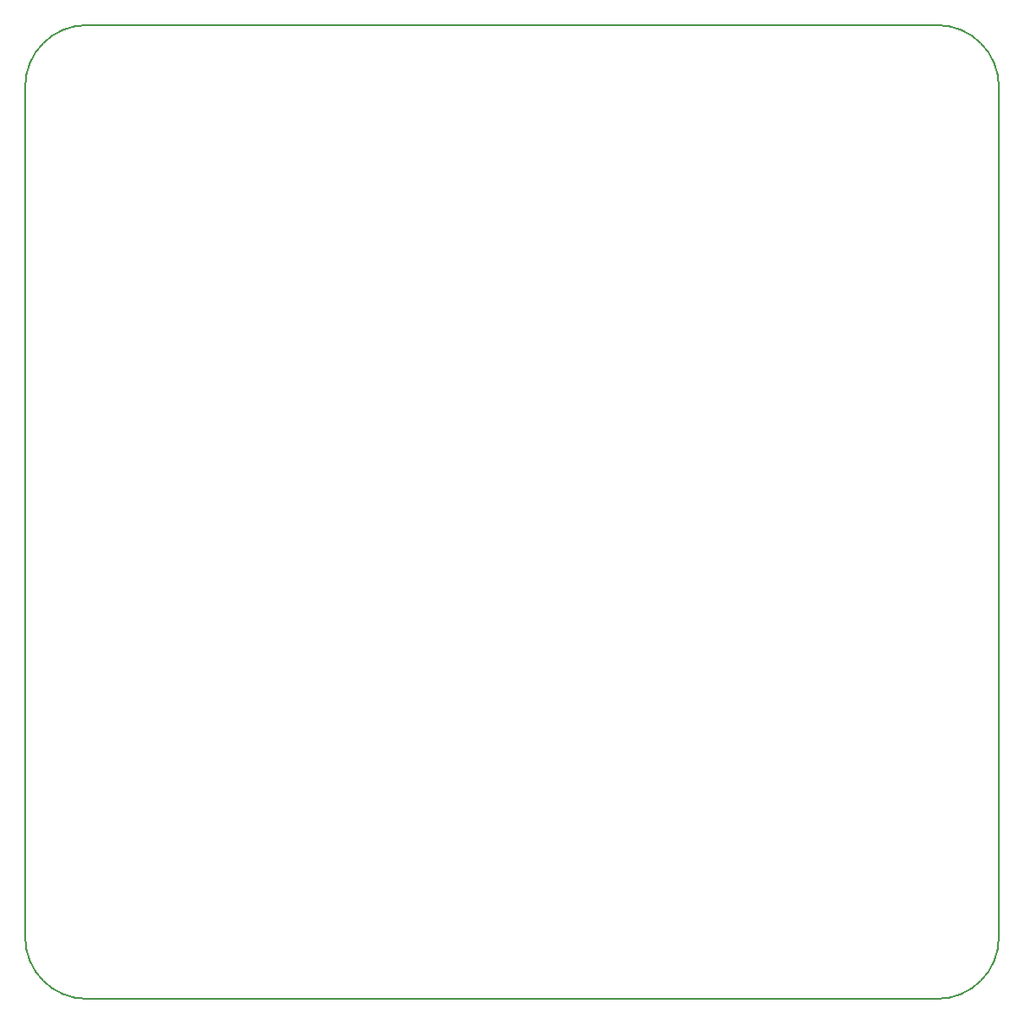
<source format=gm1>
G04 #@! TF.GenerationSoftware,KiCad,Pcbnew,(6.0.1)*
G04 #@! TF.CreationDate,2022-09-13T20:38:39-04:00*
G04 #@! TF.ProjectId,SIMPLE-68008,53494d50-4c45-42d3-9638-3030382e6b69,1*
G04 #@! TF.SameCoordinates,Original*
G04 #@! TF.FileFunction,Profile,NP*
%FSLAX46Y46*%
G04 Gerber Fmt 4.6, Leading zero omitted, Abs format (unit mm)*
G04 Created by KiCad (PCBNEW (6.0.1)) date 2022-09-13 20:38:39*
%MOMM*%
%LPD*%
G01*
G04 APERTURE LIST*
G04 #@! TA.AperFunction,Profile*
%ADD10C,0.150000*%
G04 #@! TD*
G04 APERTURE END LIST*
D10*
X178150000Y-139350000D02*
X95150000Y-139350000D01*
X95150000Y-44350000D02*
G75*
G03*
X89150000Y-50350000I-1J-5999999D01*
G01*
X95150000Y-44350000D02*
X178150000Y-44350000D01*
X184150000Y-50350000D02*
G75*
G03*
X178150000Y-44350000I-5999999J1D01*
G01*
X178150000Y-139350000D02*
G75*
G03*
X184150000Y-133350000I1J5999999D01*
G01*
X184150000Y-50350000D02*
X184150000Y-133350000D01*
X89150000Y-133350000D02*
G75*
G03*
X95150000Y-139350000I5999999J-1D01*
G01*
X89150000Y-133350000D02*
X89150000Y-50350000D01*
M02*

</source>
